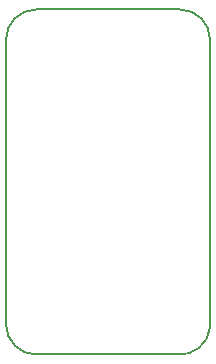
<source format=gm1>
%TF.GenerationSoftware,KiCad,Pcbnew,4.0.7*%
%TF.CreationDate,2018-07-15T20:25:08+02:00*%
%TF.ProjectId,Modulo IR,4D6F64756C6F2049522E6B696361645F,1.0*%
%TF.FileFunction,Profile,NP*%
%FSLAX46Y46*%
G04 Gerber Fmt 4.6, Leading zero omitted, Abs format (unit mm)*
G04 Created by KiCad (PCBNEW 4.0.7) date 07/15/18 20:25:08*
%MOMM*%
%LPD*%
G01*
G04 APERTURE LIST*
%ADD10C,0.100000*%
%ADD11C,0.150000*%
G04 APERTURE END LIST*
D10*
D11*
X3556000Y-33528000D02*
X15494000Y-33528000D01*
X3556000Y-4318000D02*
X15748000Y-4318000D01*
X15494000Y-33528000D02*
G75*
G03X18288000Y-31242000I254000J2540000D01*
G01*
X1016000Y-6858000D02*
X1016000Y-30988000D01*
X18288000Y-31242000D02*
X18288000Y-6858000D01*
X3556000Y-4318000D02*
G75*
G03X1016000Y-6858000I0J-2540000D01*
G01*
X1016000Y-30988000D02*
G75*
G03X3556000Y-33528000I2540000J0D01*
G01*
X18288000Y-6858000D02*
G75*
G03X15748000Y-4318000I-2540000J0D01*
G01*
M02*

</source>
